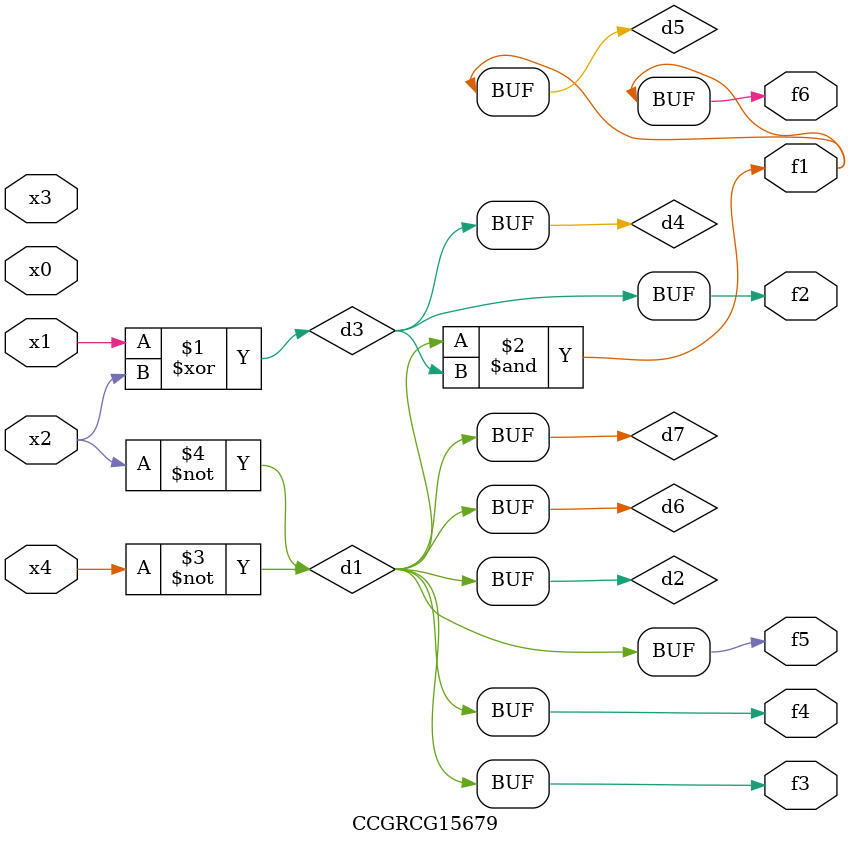
<source format=v>
module CCGRCG15679(
	input x0, x1, x2, x3, x4,
	output f1, f2, f3, f4, f5, f6
);

	wire d1, d2, d3, d4, d5, d6, d7;

	not (d1, x4);
	not (d2, x2);
	xor (d3, x1, x2);
	buf (d4, d3);
	and (d5, d1, d3);
	buf (d6, d1, d2);
	buf (d7, d2);
	assign f1 = d5;
	assign f2 = d4;
	assign f3 = d7;
	assign f4 = d7;
	assign f5 = d7;
	assign f6 = d5;
endmodule

</source>
